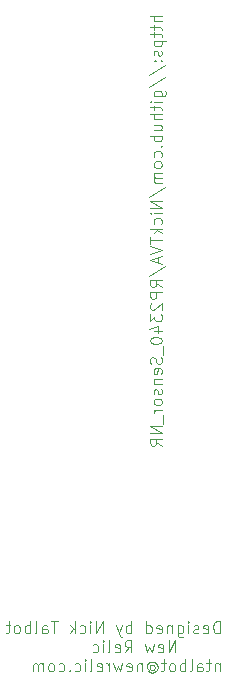
<source format=gbr>
%TF.GenerationSoftware,KiCad,Pcbnew,8.0.9-1.fc41*%
%TF.CreationDate,2025-03-09T21:58:35-04:00*%
%TF.ProjectId,pico_env,7069636f-5f65-46e7-962e-6b696361645f,rev?*%
%TF.SameCoordinates,Original*%
%TF.FileFunction,Legend,Bot*%
%TF.FilePolarity,Positive*%
%FSLAX46Y46*%
G04 Gerber Fmt 4.6, Leading zero omitted, Abs format (unit mm)*
G04 Created by KiCad (PCBNEW 8.0.9-1.fc41) date 2025-03-09 21:58:35*
%MOMM*%
%LPD*%
G01*
G04 APERTURE LIST*
%ADD10C,0.100000*%
G04 APERTURE END LIST*
D10*
X170052419Y-54913884D02*
X169052419Y-54913884D01*
X170052419Y-55342455D02*
X169528609Y-55342455D01*
X169528609Y-55342455D02*
X169433371Y-55294836D01*
X169433371Y-55294836D02*
X169385752Y-55199598D01*
X169385752Y-55199598D02*
X169385752Y-55056741D01*
X169385752Y-55056741D02*
X169433371Y-54961503D01*
X169433371Y-54961503D02*
X169480990Y-54913884D01*
X169385752Y-55675789D02*
X169385752Y-56056741D01*
X169052419Y-55818646D02*
X169909561Y-55818646D01*
X169909561Y-55818646D02*
X170004800Y-55866265D01*
X170004800Y-55866265D02*
X170052419Y-55961503D01*
X170052419Y-55961503D02*
X170052419Y-56056741D01*
X169385752Y-56247218D02*
X169385752Y-56628170D01*
X169052419Y-56390075D02*
X169909561Y-56390075D01*
X169909561Y-56390075D02*
X170004800Y-56437694D01*
X170004800Y-56437694D02*
X170052419Y-56532932D01*
X170052419Y-56532932D02*
X170052419Y-56628170D01*
X169385752Y-56961504D02*
X170385752Y-56961504D01*
X169433371Y-56961504D02*
X169385752Y-57056742D01*
X169385752Y-57056742D02*
X169385752Y-57247218D01*
X169385752Y-57247218D02*
X169433371Y-57342456D01*
X169433371Y-57342456D02*
X169480990Y-57390075D01*
X169480990Y-57390075D02*
X169576228Y-57437694D01*
X169576228Y-57437694D02*
X169861942Y-57437694D01*
X169861942Y-57437694D02*
X169957180Y-57390075D01*
X169957180Y-57390075D02*
X170004800Y-57342456D01*
X170004800Y-57342456D02*
X170052419Y-57247218D01*
X170052419Y-57247218D02*
X170052419Y-57056742D01*
X170052419Y-57056742D02*
X170004800Y-56961504D01*
X170004800Y-57818647D02*
X170052419Y-57913885D01*
X170052419Y-57913885D02*
X170052419Y-58104361D01*
X170052419Y-58104361D02*
X170004800Y-58199599D01*
X170004800Y-58199599D02*
X169909561Y-58247218D01*
X169909561Y-58247218D02*
X169861942Y-58247218D01*
X169861942Y-58247218D02*
X169766704Y-58199599D01*
X169766704Y-58199599D02*
X169719085Y-58104361D01*
X169719085Y-58104361D02*
X169719085Y-57961504D01*
X169719085Y-57961504D02*
X169671466Y-57866266D01*
X169671466Y-57866266D02*
X169576228Y-57818647D01*
X169576228Y-57818647D02*
X169528609Y-57818647D01*
X169528609Y-57818647D02*
X169433371Y-57866266D01*
X169433371Y-57866266D02*
X169385752Y-57961504D01*
X169385752Y-57961504D02*
X169385752Y-58104361D01*
X169385752Y-58104361D02*
X169433371Y-58199599D01*
X169957180Y-58675790D02*
X170004800Y-58723409D01*
X170004800Y-58723409D02*
X170052419Y-58675790D01*
X170052419Y-58675790D02*
X170004800Y-58628171D01*
X170004800Y-58628171D02*
X169957180Y-58675790D01*
X169957180Y-58675790D02*
X170052419Y-58675790D01*
X169433371Y-58675790D02*
X169480990Y-58723409D01*
X169480990Y-58723409D02*
X169528609Y-58675790D01*
X169528609Y-58675790D02*
X169480990Y-58628171D01*
X169480990Y-58628171D02*
X169433371Y-58675790D01*
X169433371Y-58675790D02*
X169528609Y-58675790D01*
X169004800Y-59866265D02*
X170290514Y-59009123D01*
X169004800Y-60913884D02*
X170290514Y-60056742D01*
X169385752Y-61675789D02*
X170195276Y-61675789D01*
X170195276Y-61675789D02*
X170290514Y-61628170D01*
X170290514Y-61628170D02*
X170338133Y-61580551D01*
X170338133Y-61580551D02*
X170385752Y-61485313D01*
X170385752Y-61485313D02*
X170385752Y-61342456D01*
X170385752Y-61342456D02*
X170338133Y-61247218D01*
X170004800Y-61675789D02*
X170052419Y-61580551D01*
X170052419Y-61580551D02*
X170052419Y-61390075D01*
X170052419Y-61390075D02*
X170004800Y-61294837D01*
X170004800Y-61294837D02*
X169957180Y-61247218D01*
X169957180Y-61247218D02*
X169861942Y-61199599D01*
X169861942Y-61199599D02*
X169576228Y-61199599D01*
X169576228Y-61199599D02*
X169480990Y-61247218D01*
X169480990Y-61247218D02*
X169433371Y-61294837D01*
X169433371Y-61294837D02*
X169385752Y-61390075D01*
X169385752Y-61390075D02*
X169385752Y-61580551D01*
X169385752Y-61580551D02*
X169433371Y-61675789D01*
X170052419Y-62151980D02*
X169385752Y-62151980D01*
X169052419Y-62151980D02*
X169100038Y-62104361D01*
X169100038Y-62104361D02*
X169147657Y-62151980D01*
X169147657Y-62151980D02*
X169100038Y-62199599D01*
X169100038Y-62199599D02*
X169052419Y-62151980D01*
X169052419Y-62151980D02*
X169147657Y-62151980D01*
X169385752Y-62485313D02*
X169385752Y-62866265D01*
X169052419Y-62628170D02*
X169909561Y-62628170D01*
X169909561Y-62628170D02*
X170004800Y-62675789D01*
X170004800Y-62675789D02*
X170052419Y-62771027D01*
X170052419Y-62771027D02*
X170052419Y-62866265D01*
X170052419Y-63199599D02*
X169052419Y-63199599D01*
X170052419Y-63628170D02*
X169528609Y-63628170D01*
X169528609Y-63628170D02*
X169433371Y-63580551D01*
X169433371Y-63580551D02*
X169385752Y-63485313D01*
X169385752Y-63485313D02*
X169385752Y-63342456D01*
X169385752Y-63342456D02*
X169433371Y-63247218D01*
X169433371Y-63247218D02*
X169480990Y-63199599D01*
X169385752Y-64532932D02*
X170052419Y-64532932D01*
X169385752Y-64104361D02*
X169909561Y-64104361D01*
X169909561Y-64104361D02*
X170004800Y-64151980D01*
X170004800Y-64151980D02*
X170052419Y-64247218D01*
X170052419Y-64247218D02*
X170052419Y-64390075D01*
X170052419Y-64390075D02*
X170004800Y-64485313D01*
X170004800Y-64485313D02*
X169957180Y-64532932D01*
X170052419Y-65009123D02*
X169052419Y-65009123D01*
X169433371Y-65009123D02*
X169385752Y-65104361D01*
X169385752Y-65104361D02*
X169385752Y-65294837D01*
X169385752Y-65294837D02*
X169433371Y-65390075D01*
X169433371Y-65390075D02*
X169480990Y-65437694D01*
X169480990Y-65437694D02*
X169576228Y-65485313D01*
X169576228Y-65485313D02*
X169861942Y-65485313D01*
X169861942Y-65485313D02*
X169957180Y-65437694D01*
X169957180Y-65437694D02*
X170004800Y-65390075D01*
X170004800Y-65390075D02*
X170052419Y-65294837D01*
X170052419Y-65294837D02*
X170052419Y-65104361D01*
X170052419Y-65104361D02*
X170004800Y-65009123D01*
X169957180Y-65913885D02*
X170004800Y-65961504D01*
X170004800Y-65961504D02*
X170052419Y-65913885D01*
X170052419Y-65913885D02*
X170004800Y-65866266D01*
X170004800Y-65866266D02*
X169957180Y-65913885D01*
X169957180Y-65913885D02*
X170052419Y-65913885D01*
X170004800Y-66818646D02*
X170052419Y-66723408D01*
X170052419Y-66723408D02*
X170052419Y-66532932D01*
X170052419Y-66532932D02*
X170004800Y-66437694D01*
X170004800Y-66437694D02*
X169957180Y-66390075D01*
X169957180Y-66390075D02*
X169861942Y-66342456D01*
X169861942Y-66342456D02*
X169576228Y-66342456D01*
X169576228Y-66342456D02*
X169480990Y-66390075D01*
X169480990Y-66390075D02*
X169433371Y-66437694D01*
X169433371Y-66437694D02*
X169385752Y-66532932D01*
X169385752Y-66532932D02*
X169385752Y-66723408D01*
X169385752Y-66723408D02*
X169433371Y-66818646D01*
X170052419Y-67390075D02*
X170004800Y-67294837D01*
X170004800Y-67294837D02*
X169957180Y-67247218D01*
X169957180Y-67247218D02*
X169861942Y-67199599D01*
X169861942Y-67199599D02*
X169576228Y-67199599D01*
X169576228Y-67199599D02*
X169480990Y-67247218D01*
X169480990Y-67247218D02*
X169433371Y-67294837D01*
X169433371Y-67294837D02*
X169385752Y-67390075D01*
X169385752Y-67390075D02*
X169385752Y-67532932D01*
X169385752Y-67532932D02*
X169433371Y-67628170D01*
X169433371Y-67628170D02*
X169480990Y-67675789D01*
X169480990Y-67675789D02*
X169576228Y-67723408D01*
X169576228Y-67723408D02*
X169861942Y-67723408D01*
X169861942Y-67723408D02*
X169957180Y-67675789D01*
X169957180Y-67675789D02*
X170004800Y-67628170D01*
X170004800Y-67628170D02*
X170052419Y-67532932D01*
X170052419Y-67532932D02*
X170052419Y-67390075D01*
X170052419Y-68151980D02*
X169385752Y-68151980D01*
X169480990Y-68151980D02*
X169433371Y-68199599D01*
X169433371Y-68199599D02*
X169385752Y-68294837D01*
X169385752Y-68294837D02*
X169385752Y-68437694D01*
X169385752Y-68437694D02*
X169433371Y-68532932D01*
X169433371Y-68532932D02*
X169528609Y-68580551D01*
X169528609Y-68580551D02*
X170052419Y-68580551D01*
X169528609Y-68580551D02*
X169433371Y-68628170D01*
X169433371Y-68628170D02*
X169385752Y-68723408D01*
X169385752Y-68723408D02*
X169385752Y-68866265D01*
X169385752Y-68866265D02*
X169433371Y-68961504D01*
X169433371Y-68961504D02*
X169528609Y-69009123D01*
X169528609Y-69009123D02*
X170052419Y-69009123D01*
X169004800Y-70199598D02*
X170290514Y-69342456D01*
X170052419Y-70532932D02*
X169052419Y-70532932D01*
X169052419Y-70532932D02*
X170052419Y-71104360D01*
X170052419Y-71104360D02*
X169052419Y-71104360D01*
X170052419Y-71580551D02*
X169385752Y-71580551D01*
X169052419Y-71580551D02*
X169100038Y-71532932D01*
X169100038Y-71532932D02*
X169147657Y-71580551D01*
X169147657Y-71580551D02*
X169100038Y-71628170D01*
X169100038Y-71628170D02*
X169052419Y-71580551D01*
X169052419Y-71580551D02*
X169147657Y-71580551D01*
X170004800Y-72485312D02*
X170052419Y-72390074D01*
X170052419Y-72390074D02*
X170052419Y-72199598D01*
X170052419Y-72199598D02*
X170004800Y-72104360D01*
X170004800Y-72104360D02*
X169957180Y-72056741D01*
X169957180Y-72056741D02*
X169861942Y-72009122D01*
X169861942Y-72009122D02*
X169576228Y-72009122D01*
X169576228Y-72009122D02*
X169480990Y-72056741D01*
X169480990Y-72056741D02*
X169433371Y-72104360D01*
X169433371Y-72104360D02*
X169385752Y-72199598D01*
X169385752Y-72199598D02*
X169385752Y-72390074D01*
X169385752Y-72390074D02*
X169433371Y-72485312D01*
X170052419Y-72913884D02*
X169052419Y-72913884D01*
X169671466Y-73009122D02*
X170052419Y-73294836D01*
X169385752Y-73294836D02*
X169766704Y-72913884D01*
X169052419Y-73580551D02*
X169052419Y-74151979D01*
X170052419Y-73866265D02*
X169052419Y-73866265D01*
X169052419Y-74342456D02*
X170052419Y-74675789D01*
X170052419Y-74675789D02*
X169052419Y-75009122D01*
X169766704Y-75294837D02*
X169766704Y-75771027D01*
X170052419Y-75199599D02*
X169052419Y-75532932D01*
X169052419Y-75532932D02*
X170052419Y-75866265D01*
X169004800Y-76913884D02*
X170290514Y-76056742D01*
X170052419Y-77818646D02*
X169576228Y-77485313D01*
X170052419Y-77247218D02*
X169052419Y-77247218D01*
X169052419Y-77247218D02*
X169052419Y-77628170D01*
X169052419Y-77628170D02*
X169100038Y-77723408D01*
X169100038Y-77723408D02*
X169147657Y-77771027D01*
X169147657Y-77771027D02*
X169242895Y-77818646D01*
X169242895Y-77818646D02*
X169385752Y-77818646D01*
X169385752Y-77818646D02*
X169480990Y-77771027D01*
X169480990Y-77771027D02*
X169528609Y-77723408D01*
X169528609Y-77723408D02*
X169576228Y-77628170D01*
X169576228Y-77628170D02*
X169576228Y-77247218D01*
X170052419Y-78247218D02*
X169052419Y-78247218D01*
X169052419Y-78247218D02*
X169052419Y-78628170D01*
X169052419Y-78628170D02*
X169100038Y-78723408D01*
X169100038Y-78723408D02*
X169147657Y-78771027D01*
X169147657Y-78771027D02*
X169242895Y-78818646D01*
X169242895Y-78818646D02*
X169385752Y-78818646D01*
X169385752Y-78818646D02*
X169480990Y-78771027D01*
X169480990Y-78771027D02*
X169528609Y-78723408D01*
X169528609Y-78723408D02*
X169576228Y-78628170D01*
X169576228Y-78628170D02*
X169576228Y-78247218D01*
X169147657Y-79199599D02*
X169100038Y-79247218D01*
X169100038Y-79247218D02*
X169052419Y-79342456D01*
X169052419Y-79342456D02*
X169052419Y-79580551D01*
X169052419Y-79580551D02*
X169100038Y-79675789D01*
X169100038Y-79675789D02*
X169147657Y-79723408D01*
X169147657Y-79723408D02*
X169242895Y-79771027D01*
X169242895Y-79771027D02*
X169338133Y-79771027D01*
X169338133Y-79771027D02*
X169480990Y-79723408D01*
X169480990Y-79723408D02*
X170052419Y-79151980D01*
X170052419Y-79151980D02*
X170052419Y-79771027D01*
X169052419Y-80104361D02*
X169052419Y-80723408D01*
X169052419Y-80723408D02*
X169433371Y-80390075D01*
X169433371Y-80390075D02*
X169433371Y-80532932D01*
X169433371Y-80532932D02*
X169480990Y-80628170D01*
X169480990Y-80628170D02*
X169528609Y-80675789D01*
X169528609Y-80675789D02*
X169623847Y-80723408D01*
X169623847Y-80723408D02*
X169861942Y-80723408D01*
X169861942Y-80723408D02*
X169957180Y-80675789D01*
X169957180Y-80675789D02*
X170004800Y-80628170D01*
X170004800Y-80628170D02*
X170052419Y-80532932D01*
X170052419Y-80532932D02*
X170052419Y-80247218D01*
X170052419Y-80247218D02*
X170004800Y-80151980D01*
X170004800Y-80151980D02*
X169957180Y-80104361D01*
X169385752Y-81580551D02*
X170052419Y-81580551D01*
X169004800Y-81342456D02*
X169719085Y-81104361D01*
X169719085Y-81104361D02*
X169719085Y-81723408D01*
X169052419Y-82294837D02*
X169052419Y-82390075D01*
X169052419Y-82390075D02*
X169100038Y-82485313D01*
X169100038Y-82485313D02*
X169147657Y-82532932D01*
X169147657Y-82532932D02*
X169242895Y-82580551D01*
X169242895Y-82580551D02*
X169433371Y-82628170D01*
X169433371Y-82628170D02*
X169671466Y-82628170D01*
X169671466Y-82628170D02*
X169861942Y-82580551D01*
X169861942Y-82580551D02*
X169957180Y-82532932D01*
X169957180Y-82532932D02*
X170004800Y-82485313D01*
X170004800Y-82485313D02*
X170052419Y-82390075D01*
X170052419Y-82390075D02*
X170052419Y-82294837D01*
X170052419Y-82294837D02*
X170004800Y-82199599D01*
X170004800Y-82199599D02*
X169957180Y-82151980D01*
X169957180Y-82151980D02*
X169861942Y-82104361D01*
X169861942Y-82104361D02*
X169671466Y-82056742D01*
X169671466Y-82056742D02*
X169433371Y-82056742D01*
X169433371Y-82056742D02*
X169242895Y-82104361D01*
X169242895Y-82104361D02*
X169147657Y-82151980D01*
X169147657Y-82151980D02*
X169100038Y-82199599D01*
X169100038Y-82199599D02*
X169052419Y-82294837D01*
X170147657Y-82818647D02*
X170147657Y-83580551D01*
X170004800Y-83771028D02*
X170052419Y-83913885D01*
X170052419Y-83913885D02*
X170052419Y-84151980D01*
X170052419Y-84151980D02*
X170004800Y-84247218D01*
X170004800Y-84247218D02*
X169957180Y-84294837D01*
X169957180Y-84294837D02*
X169861942Y-84342456D01*
X169861942Y-84342456D02*
X169766704Y-84342456D01*
X169766704Y-84342456D02*
X169671466Y-84294837D01*
X169671466Y-84294837D02*
X169623847Y-84247218D01*
X169623847Y-84247218D02*
X169576228Y-84151980D01*
X169576228Y-84151980D02*
X169528609Y-83961504D01*
X169528609Y-83961504D02*
X169480990Y-83866266D01*
X169480990Y-83866266D02*
X169433371Y-83818647D01*
X169433371Y-83818647D02*
X169338133Y-83771028D01*
X169338133Y-83771028D02*
X169242895Y-83771028D01*
X169242895Y-83771028D02*
X169147657Y-83818647D01*
X169147657Y-83818647D02*
X169100038Y-83866266D01*
X169100038Y-83866266D02*
X169052419Y-83961504D01*
X169052419Y-83961504D02*
X169052419Y-84199599D01*
X169052419Y-84199599D02*
X169100038Y-84342456D01*
X170004800Y-85151980D02*
X170052419Y-85056742D01*
X170052419Y-85056742D02*
X170052419Y-84866266D01*
X170052419Y-84866266D02*
X170004800Y-84771028D01*
X170004800Y-84771028D02*
X169909561Y-84723409D01*
X169909561Y-84723409D02*
X169528609Y-84723409D01*
X169528609Y-84723409D02*
X169433371Y-84771028D01*
X169433371Y-84771028D02*
X169385752Y-84866266D01*
X169385752Y-84866266D02*
X169385752Y-85056742D01*
X169385752Y-85056742D02*
X169433371Y-85151980D01*
X169433371Y-85151980D02*
X169528609Y-85199599D01*
X169528609Y-85199599D02*
X169623847Y-85199599D01*
X169623847Y-85199599D02*
X169719085Y-84723409D01*
X169385752Y-85628171D02*
X170052419Y-85628171D01*
X169480990Y-85628171D02*
X169433371Y-85675790D01*
X169433371Y-85675790D02*
X169385752Y-85771028D01*
X169385752Y-85771028D02*
X169385752Y-85913885D01*
X169385752Y-85913885D02*
X169433371Y-86009123D01*
X169433371Y-86009123D02*
X169528609Y-86056742D01*
X169528609Y-86056742D02*
X170052419Y-86056742D01*
X170004800Y-86485314D02*
X170052419Y-86580552D01*
X170052419Y-86580552D02*
X170052419Y-86771028D01*
X170052419Y-86771028D02*
X170004800Y-86866266D01*
X170004800Y-86866266D02*
X169909561Y-86913885D01*
X169909561Y-86913885D02*
X169861942Y-86913885D01*
X169861942Y-86913885D02*
X169766704Y-86866266D01*
X169766704Y-86866266D02*
X169719085Y-86771028D01*
X169719085Y-86771028D02*
X169719085Y-86628171D01*
X169719085Y-86628171D02*
X169671466Y-86532933D01*
X169671466Y-86532933D02*
X169576228Y-86485314D01*
X169576228Y-86485314D02*
X169528609Y-86485314D01*
X169528609Y-86485314D02*
X169433371Y-86532933D01*
X169433371Y-86532933D02*
X169385752Y-86628171D01*
X169385752Y-86628171D02*
X169385752Y-86771028D01*
X169385752Y-86771028D02*
X169433371Y-86866266D01*
X170052419Y-87485314D02*
X170004800Y-87390076D01*
X170004800Y-87390076D02*
X169957180Y-87342457D01*
X169957180Y-87342457D02*
X169861942Y-87294838D01*
X169861942Y-87294838D02*
X169576228Y-87294838D01*
X169576228Y-87294838D02*
X169480990Y-87342457D01*
X169480990Y-87342457D02*
X169433371Y-87390076D01*
X169433371Y-87390076D02*
X169385752Y-87485314D01*
X169385752Y-87485314D02*
X169385752Y-87628171D01*
X169385752Y-87628171D02*
X169433371Y-87723409D01*
X169433371Y-87723409D02*
X169480990Y-87771028D01*
X169480990Y-87771028D02*
X169576228Y-87818647D01*
X169576228Y-87818647D02*
X169861942Y-87818647D01*
X169861942Y-87818647D02*
X169957180Y-87771028D01*
X169957180Y-87771028D02*
X170004800Y-87723409D01*
X170004800Y-87723409D02*
X170052419Y-87628171D01*
X170052419Y-87628171D02*
X170052419Y-87485314D01*
X170052419Y-88247219D02*
X169385752Y-88247219D01*
X169576228Y-88247219D02*
X169480990Y-88294838D01*
X169480990Y-88294838D02*
X169433371Y-88342457D01*
X169433371Y-88342457D02*
X169385752Y-88437695D01*
X169385752Y-88437695D02*
X169385752Y-88532933D01*
X170147657Y-88628172D02*
X170147657Y-89390076D01*
X170052419Y-89628172D02*
X169052419Y-89628172D01*
X169052419Y-89628172D02*
X170052419Y-90199600D01*
X170052419Y-90199600D02*
X169052419Y-90199600D01*
X170052419Y-91247219D02*
X169576228Y-90913886D01*
X170052419Y-90675791D02*
X169052419Y-90675791D01*
X169052419Y-90675791D02*
X169052419Y-91056743D01*
X169052419Y-91056743D02*
X169100038Y-91151981D01*
X169100038Y-91151981D02*
X169147657Y-91199600D01*
X169147657Y-91199600D02*
X169242895Y-91247219D01*
X169242895Y-91247219D02*
X169385752Y-91247219D01*
X169385752Y-91247219D02*
X169480990Y-91199600D01*
X169480990Y-91199600D02*
X169528609Y-91151981D01*
X169528609Y-91151981D02*
X169576228Y-91056743D01*
X169576228Y-91056743D02*
X169576228Y-90675791D01*
X174956115Y-107142531D02*
X174956115Y-106142531D01*
X174956115Y-106142531D02*
X174718020Y-106142531D01*
X174718020Y-106142531D02*
X174575163Y-106190150D01*
X174575163Y-106190150D02*
X174479925Y-106285388D01*
X174479925Y-106285388D02*
X174432306Y-106380626D01*
X174432306Y-106380626D02*
X174384687Y-106571102D01*
X174384687Y-106571102D02*
X174384687Y-106713959D01*
X174384687Y-106713959D02*
X174432306Y-106904435D01*
X174432306Y-106904435D02*
X174479925Y-106999673D01*
X174479925Y-106999673D02*
X174575163Y-107094912D01*
X174575163Y-107094912D02*
X174718020Y-107142531D01*
X174718020Y-107142531D02*
X174956115Y-107142531D01*
X173575163Y-107094912D02*
X173670401Y-107142531D01*
X173670401Y-107142531D02*
X173860877Y-107142531D01*
X173860877Y-107142531D02*
X173956115Y-107094912D01*
X173956115Y-107094912D02*
X174003734Y-106999673D01*
X174003734Y-106999673D02*
X174003734Y-106618721D01*
X174003734Y-106618721D02*
X173956115Y-106523483D01*
X173956115Y-106523483D02*
X173860877Y-106475864D01*
X173860877Y-106475864D02*
X173670401Y-106475864D01*
X173670401Y-106475864D02*
X173575163Y-106523483D01*
X173575163Y-106523483D02*
X173527544Y-106618721D01*
X173527544Y-106618721D02*
X173527544Y-106713959D01*
X173527544Y-106713959D02*
X174003734Y-106809197D01*
X173146591Y-107094912D02*
X173051353Y-107142531D01*
X173051353Y-107142531D02*
X172860877Y-107142531D01*
X172860877Y-107142531D02*
X172765639Y-107094912D01*
X172765639Y-107094912D02*
X172718020Y-106999673D01*
X172718020Y-106999673D02*
X172718020Y-106952054D01*
X172718020Y-106952054D02*
X172765639Y-106856816D01*
X172765639Y-106856816D02*
X172860877Y-106809197D01*
X172860877Y-106809197D02*
X173003734Y-106809197D01*
X173003734Y-106809197D02*
X173098972Y-106761578D01*
X173098972Y-106761578D02*
X173146591Y-106666340D01*
X173146591Y-106666340D02*
X173146591Y-106618721D01*
X173146591Y-106618721D02*
X173098972Y-106523483D01*
X173098972Y-106523483D02*
X173003734Y-106475864D01*
X173003734Y-106475864D02*
X172860877Y-106475864D01*
X172860877Y-106475864D02*
X172765639Y-106523483D01*
X172289448Y-107142531D02*
X172289448Y-106475864D01*
X172289448Y-106142531D02*
X172337067Y-106190150D01*
X172337067Y-106190150D02*
X172289448Y-106237769D01*
X172289448Y-106237769D02*
X172241829Y-106190150D01*
X172241829Y-106190150D02*
X172289448Y-106142531D01*
X172289448Y-106142531D02*
X172289448Y-106237769D01*
X171384687Y-106475864D02*
X171384687Y-107285388D01*
X171384687Y-107285388D02*
X171432306Y-107380626D01*
X171432306Y-107380626D02*
X171479925Y-107428245D01*
X171479925Y-107428245D02*
X171575163Y-107475864D01*
X171575163Y-107475864D02*
X171718020Y-107475864D01*
X171718020Y-107475864D02*
X171813258Y-107428245D01*
X171384687Y-107094912D02*
X171479925Y-107142531D01*
X171479925Y-107142531D02*
X171670401Y-107142531D01*
X171670401Y-107142531D02*
X171765639Y-107094912D01*
X171765639Y-107094912D02*
X171813258Y-107047292D01*
X171813258Y-107047292D02*
X171860877Y-106952054D01*
X171860877Y-106952054D02*
X171860877Y-106666340D01*
X171860877Y-106666340D02*
X171813258Y-106571102D01*
X171813258Y-106571102D02*
X171765639Y-106523483D01*
X171765639Y-106523483D02*
X171670401Y-106475864D01*
X171670401Y-106475864D02*
X171479925Y-106475864D01*
X171479925Y-106475864D02*
X171384687Y-106523483D01*
X170908496Y-106475864D02*
X170908496Y-107142531D01*
X170908496Y-106571102D02*
X170860877Y-106523483D01*
X170860877Y-106523483D02*
X170765639Y-106475864D01*
X170765639Y-106475864D02*
X170622782Y-106475864D01*
X170622782Y-106475864D02*
X170527544Y-106523483D01*
X170527544Y-106523483D02*
X170479925Y-106618721D01*
X170479925Y-106618721D02*
X170479925Y-107142531D01*
X169622782Y-107094912D02*
X169718020Y-107142531D01*
X169718020Y-107142531D02*
X169908496Y-107142531D01*
X169908496Y-107142531D02*
X170003734Y-107094912D01*
X170003734Y-107094912D02*
X170051353Y-106999673D01*
X170051353Y-106999673D02*
X170051353Y-106618721D01*
X170051353Y-106618721D02*
X170003734Y-106523483D01*
X170003734Y-106523483D02*
X169908496Y-106475864D01*
X169908496Y-106475864D02*
X169718020Y-106475864D01*
X169718020Y-106475864D02*
X169622782Y-106523483D01*
X169622782Y-106523483D02*
X169575163Y-106618721D01*
X169575163Y-106618721D02*
X169575163Y-106713959D01*
X169575163Y-106713959D02*
X170051353Y-106809197D01*
X168718020Y-107142531D02*
X168718020Y-106142531D01*
X168718020Y-107094912D02*
X168813258Y-107142531D01*
X168813258Y-107142531D02*
X169003734Y-107142531D01*
X169003734Y-107142531D02*
X169098972Y-107094912D01*
X169098972Y-107094912D02*
X169146591Y-107047292D01*
X169146591Y-107047292D02*
X169194210Y-106952054D01*
X169194210Y-106952054D02*
X169194210Y-106666340D01*
X169194210Y-106666340D02*
X169146591Y-106571102D01*
X169146591Y-106571102D02*
X169098972Y-106523483D01*
X169098972Y-106523483D02*
X169003734Y-106475864D01*
X169003734Y-106475864D02*
X168813258Y-106475864D01*
X168813258Y-106475864D02*
X168718020Y-106523483D01*
X167479924Y-107142531D02*
X167479924Y-106142531D01*
X167479924Y-106523483D02*
X167384686Y-106475864D01*
X167384686Y-106475864D02*
X167194210Y-106475864D01*
X167194210Y-106475864D02*
X167098972Y-106523483D01*
X167098972Y-106523483D02*
X167051353Y-106571102D01*
X167051353Y-106571102D02*
X167003734Y-106666340D01*
X167003734Y-106666340D02*
X167003734Y-106952054D01*
X167003734Y-106952054D02*
X167051353Y-107047292D01*
X167051353Y-107047292D02*
X167098972Y-107094912D01*
X167098972Y-107094912D02*
X167194210Y-107142531D01*
X167194210Y-107142531D02*
X167384686Y-107142531D01*
X167384686Y-107142531D02*
X167479924Y-107094912D01*
X166670400Y-106475864D02*
X166432305Y-107142531D01*
X166194210Y-106475864D02*
X166432305Y-107142531D01*
X166432305Y-107142531D02*
X166527543Y-107380626D01*
X166527543Y-107380626D02*
X166575162Y-107428245D01*
X166575162Y-107428245D02*
X166670400Y-107475864D01*
X165051352Y-107142531D02*
X165051352Y-106142531D01*
X165051352Y-106142531D02*
X164479924Y-107142531D01*
X164479924Y-107142531D02*
X164479924Y-106142531D01*
X164003733Y-107142531D02*
X164003733Y-106475864D01*
X164003733Y-106142531D02*
X164051352Y-106190150D01*
X164051352Y-106190150D02*
X164003733Y-106237769D01*
X164003733Y-106237769D02*
X163956114Y-106190150D01*
X163956114Y-106190150D02*
X164003733Y-106142531D01*
X164003733Y-106142531D02*
X164003733Y-106237769D01*
X163098972Y-107094912D02*
X163194210Y-107142531D01*
X163194210Y-107142531D02*
X163384686Y-107142531D01*
X163384686Y-107142531D02*
X163479924Y-107094912D01*
X163479924Y-107094912D02*
X163527543Y-107047292D01*
X163527543Y-107047292D02*
X163575162Y-106952054D01*
X163575162Y-106952054D02*
X163575162Y-106666340D01*
X163575162Y-106666340D02*
X163527543Y-106571102D01*
X163527543Y-106571102D02*
X163479924Y-106523483D01*
X163479924Y-106523483D02*
X163384686Y-106475864D01*
X163384686Y-106475864D02*
X163194210Y-106475864D01*
X163194210Y-106475864D02*
X163098972Y-106523483D01*
X162670400Y-107142531D02*
X162670400Y-106142531D01*
X162575162Y-106761578D02*
X162289448Y-107142531D01*
X162289448Y-106475864D02*
X162670400Y-106856816D01*
X161241828Y-106142531D02*
X160670400Y-106142531D01*
X160956114Y-107142531D02*
X160956114Y-106142531D01*
X159908495Y-107142531D02*
X159908495Y-106618721D01*
X159908495Y-106618721D02*
X159956114Y-106523483D01*
X159956114Y-106523483D02*
X160051352Y-106475864D01*
X160051352Y-106475864D02*
X160241828Y-106475864D01*
X160241828Y-106475864D02*
X160337066Y-106523483D01*
X159908495Y-107094912D02*
X160003733Y-107142531D01*
X160003733Y-107142531D02*
X160241828Y-107142531D01*
X160241828Y-107142531D02*
X160337066Y-107094912D01*
X160337066Y-107094912D02*
X160384685Y-106999673D01*
X160384685Y-106999673D02*
X160384685Y-106904435D01*
X160384685Y-106904435D02*
X160337066Y-106809197D01*
X160337066Y-106809197D02*
X160241828Y-106761578D01*
X160241828Y-106761578D02*
X160003733Y-106761578D01*
X160003733Y-106761578D02*
X159908495Y-106713959D01*
X159289447Y-107142531D02*
X159384685Y-107094912D01*
X159384685Y-107094912D02*
X159432304Y-106999673D01*
X159432304Y-106999673D02*
X159432304Y-106142531D01*
X158908494Y-107142531D02*
X158908494Y-106142531D01*
X158908494Y-106523483D02*
X158813256Y-106475864D01*
X158813256Y-106475864D02*
X158622780Y-106475864D01*
X158622780Y-106475864D02*
X158527542Y-106523483D01*
X158527542Y-106523483D02*
X158479923Y-106571102D01*
X158479923Y-106571102D02*
X158432304Y-106666340D01*
X158432304Y-106666340D02*
X158432304Y-106952054D01*
X158432304Y-106952054D02*
X158479923Y-107047292D01*
X158479923Y-107047292D02*
X158527542Y-107094912D01*
X158527542Y-107094912D02*
X158622780Y-107142531D01*
X158622780Y-107142531D02*
X158813256Y-107142531D01*
X158813256Y-107142531D02*
X158908494Y-107094912D01*
X157860875Y-107142531D02*
X157956113Y-107094912D01*
X157956113Y-107094912D02*
X158003732Y-107047292D01*
X158003732Y-107047292D02*
X158051351Y-106952054D01*
X158051351Y-106952054D02*
X158051351Y-106666340D01*
X158051351Y-106666340D02*
X158003732Y-106571102D01*
X158003732Y-106571102D02*
X157956113Y-106523483D01*
X157956113Y-106523483D02*
X157860875Y-106475864D01*
X157860875Y-106475864D02*
X157718018Y-106475864D01*
X157718018Y-106475864D02*
X157622780Y-106523483D01*
X157622780Y-106523483D02*
X157575161Y-106571102D01*
X157575161Y-106571102D02*
X157527542Y-106666340D01*
X157527542Y-106666340D02*
X157527542Y-106952054D01*
X157527542Y-106952054D02*
X157575161Y-107047292D01*
X157575161Y-107047292D02*
X157622780Y-107094912D01*
X157622780Y-107094912D02*
X157718018Y-107142531D01*
X157718018Y-107142531D02*
X157860875Y-107142531D01*
X157241827Y-106475864D02*
X156860875Y-106475864D01*
X157098970Y-106142531D02*
X157098970Y-106999673D01*
X157098970Y-106999673D02*
X157051351Y-107094912D01*
X157051351Y-107094912D02*
X156956113Y-107142531D01*
X156956113Y-107142531D02*
X156860875Y-107142531D01*
X171194211Y-108752475D02*
X171194211Y-107752475D01*
X171194211Y-107752475D02*
X170622783Y-108752475D01*
X170622783Y-108752475D02*
X170622783Y-107752475D01*
X169765640Y-108704856D02*
X169860878Y-108752475D01*
X169860878Y-108752475D02*
X170051354Y-108752475D01*
X170051354Y-108752475D02*
X170146592Y-108704856D01*
X170146592Y-108704856D02*
X170194211Y-108609617D01*
X170194211Y-108609617D02*
X170194211Y-108228665D01*
X170194211Y-108228665D02*
X170146592Y-108133427D01*
X170146592Y-108133427D02*
X170051354Y-108085808D01*
X170051354Y-108085808D02*
X169860878Y-108085808D01*
X169860878Y-108085808D02*
X169765640Y-108133427D01*
X169765640Y-108133427D02*
X169718021Y-108228665D01*
X169718021Y-108228665D02*
X169718021Y-108323903D01*
X169718021Y-108323903D02*
X170194211Y-108419141D01*
X169384687Y-108085808D02*
X169194211Y-108752475D01*
X169194211Y-108752475D02*
X169003735Y-108276284D01*
X169003735Y-108276284D02*
X168813259Y-108752475D01*
X168813259Y-108752475D02*
X168622783Y-108085808D01*
X166908497Y-108752475D02*
X167241830Y-108276284D01*
X167479925Y-108752475D02*
X167479925Y-107752475D01*
X167479925Y-107752475D02*
X167098973Y-107752475D01*
X167098973Y-107752475D02*
X167003735Y-107800094D01*
X167003735Y-107800094D02*
X166956116Y-107847713D01*
X166956116Y-107847713D02*
X166908497Y-107942951D01*
X166908497Y-107942951D02*
X166908497Y-108085808D01*
X166908497Y-108085808D02*
X166956116Y-108181046D01*
X166956116Y-108181046D02*
X167003735Y-108228665D01*
X167003735Y-108228665D02*
X167098973Y-108276284D01*
X167098973Y-108276284D02*
X167479925Y-108276284D01*
X166098973Y-108704856D02*
X166194211Y-108752475D01*
X166194211Y-108752475D02*
X166384687Y-108752475D01*
X166384687Y-108752475D02*
X166479925Y-108704856D01*
X166479925Y-108704856D02*
X166527544Y-108609617D01*
X166527544Y-108609617D02*
X166527544Y-108228665D01*
X166527544Y-108228665D02*
X166479925Y-108133427D01*
X166479925Y-108133427D02*
X166384687Y-108085808D01*
X166384687Y-108085808D02*
X166194211Y-108085808D01*
X166194211Y-108085808D02*
X166098973Y-108133427D01*
X166098973Y-108133427D02*
X166051354Y-108228665D01*
X166051354Y-108228665D02*
X166051354Y-108323903D01*
X166051354Y-108323903D02*
X166527544Y-108419141D01*
X165479925Y-108752475D02*
X165575163Y-108704856D01*
X165575163Y-108704856D02*
X165622782Y-108609617D01*
X165622782Y-108609617D02*
X165622782Y-107752475D01*
X165098972Y-108752475D02*
X165098972Y-108085808D01*
X165098972Y-107752475D02*
X165146591Y-107800094D01*
X165146591Y-107800094D02*
X165098972Y-107847713D01*
X165098972Y-107847713D02*
X165051353Y-107800094D01*
X165051353Y-107800094D02*
X165098972Y-107752475D01*
X165098972Y-107752475D02*
X165098972Y-107847713D01*
X164194211Y-108704856D02*
X164289449Y-108752475D01*
X164289449Y-108752475D02*
X164479925Y-108752475D01*
X164479925Y-108752475D02*
X164575163Y-108704856D01*
X164575163Y-108704856D02*
X164622782Y-108657236D01*
X164622782Y-108657236D02*
X164670401Y-108561998D01*
X164670401Y-108561998D02*
X164670401Y-108276284D01*
X164670401Y-108276284D02*
X164622782Y-108181046D01*
X164622782Y-108181046D02*
X164575163Y-108133427D01*
X164575163Y-108133427D02*
X164479925Y-108085808D01*
X164479925Y-108085808D02*
X164289449Y-108085808D01*
X164289449Y-108085808D02*
X164194211Y-108133427D01*
X174956115Y-109695752D02*
X174956115Y-110362419D01*
X174956115Y-109790990D02*
X174908496Y-109743371D01*
X174908496Y-109743371D02*
X174813258Y-109695752D01*
X174813258Y-109695752D02*
X174670401Y-109695752D01*
X174670401Y-109695752D02*
X174575163Y-109743371D01*
X174575163Y-109743371D02*
X174527544Y-109838609D01*
X174527544Y-109838609D02*
X174527544Y-110362419D01*
X174194210Y-109695752D02*
X173813258Y-109695752D01*
X174051353Y-109362419D02*
X174051353Y-110219561D01*
X174051353Y-110219561D02*
X174003734Y-110314800D01*
X174003734Y-110314800D02*
X173908496Y-110362419D01*
X173908496Y-110362419D02*
X173813258Y-110362419D01*
X173051353Y-110362419D02*
X173051353Y-109838609D01*
X173051353Y-109838609D02*
X173098972Y-109743371D01*
X173098972Y-109743371D02*
X173194210Y-109695752D01*
X173194210Y-109695752D02*
X173384686Y-109695752D01*
X173384686Y-109695752D02*
X173479924Y-109743371D01*
X173051353Y-110314800D02*
X173146591Y-110362419D01*
X173146591Y-110362419D02*
X173384686Y-110362419D01*
X173384686Y-110362419D02*
X173479924Y-110314800D01*
X173479924Y-110314800D02*
X173527543Y-110219561D01*
X173527543Y-110219561D02*
X173527543Y-110124323D01*
X173527543Y-110124323D02*
X173479924Y-110029085D01*
X173479924Y-110029085D02*
X173384686Y-109981466D01*
X173384686Y-109981466D02*
X173146591Y-109981466D01*
X173146591Y-109981466D02*
X173051353Y-109933847D01*
X172432305Y-110362419D02*
X172527543Y-110314800D01*
X172527543Y-110314800D02*
X172575162Y-110219561D01*
X172575162Y-110219561D02*
X172575162Y-109362419D01*
X172051352Y-110362419D02*
X172051352Y-109362419D01*
X172051352Y-109743371D02*
X171956114Y-109695752D01*
X171956114Y-109695752D02*
X171765638Y-109695752D01*
X171765638Y-109695752D02*
X171670400Y-109743371D01*
X171670400Y-109743371D02*
X171622781Y-109790990D01*
X171622781Y-109790990D02*
X171575162Y-109886228D01*
X171575162Y-109886228D02*
X171575162Y-110171942D01*
X171575162Y-110171942D02*
X171622781Y-110267180D01*
X171622781Y-110267180D02*
X171670400Y-110314800D01*
X171670400Y-110314800D02*
X171765638Y-110362419D01*
X171765638Y-110362419D02*
X171956114Y-110362419D01*
X171956114Y-110362419D02*
X172051352Y-110314800D01*
X171003733Y-110362419D02*
X171098971Y-110314800D01*
X171098971Y-110314800D02*
X171146590Y-110267180D01*
X171146590Y-110267180D02*
X171194209Y-110171942D01*
X171194209Y-110171942D02*
X171194209Y-109886228D01*
X171194209Y-109886228D02*
X171146590Y-109790990D01*
X171146590Y-109790990D02*
X171098971Y-109743371D01*
X171098971Y-109743371D02*
X171003733Y-109695752D01*
X171003733Y-109695752D02*
X170860876Y-109695752D01*
X170860876Y-109695752D02*
X170765638Y-109743371D01*
X170765638Y-109743371D02*
X170718019Y-109790990D01*
X170718019Y-109790990D02*
X170670400Y-109886228D01*
X170670400Y-109886228D02*
X170670400Y-110171942D01*
X170670400Y-110171942D02*
X170718019Y-110267180D01*
X170718019Y-110267180D02*
X170765638Y-110314800D01*
X170765638Y-110314800D02*
X170860876Y-110362419D01*
X170860876Y-110362419D02*
X171003733Y-110362419D01*
X170384685Y-109695752D02*
X170003733Y-109695752D01*
X170241828Y-109362419D02*
X170241828Y-110219561D01*
X170241828Y-110219561D02*
X170194209Y-110314800D01*
X170194209Y-110314800D02*
X170098971Y-110362419D01*
X170098971Y-110362419D02*
X170003733Y-110362419D01*
X169051352Y-109886228D02*
X169098971Y-109838609D01*
X169098971Y-109838609D02*
X169194209Y-109790990D01*
X169194209Y-109790990D02*
X169289447Y-109790990D01*
X169289447Y-109790990D02*
X169384685Y-109838609D01*
X169384685Y-109838609D02*
X169432304Y-109886228D01*
X169432304Y-109886228D02*
X169479923Y-109981466D01*
X169479923Y-109981466D02*
X169479923Y-110076704D01*
X169479923Y-110076704D02*
X169432304Y-110171942D01*
X169432304Y-110171942D02*
X169384685Y-110219561D01*
X169384685Y-110219561D02*
X169289447Y-110267180D01*
X169289447Y-110267180D02*
X169194209Y-110267180D01*
X169194209Y-110267180D02*
X169098971Y-110219561D01*
X169098971Y-110219561D02*
X169051352Y-110171942D01*
X169051352Y-109790990D02*
X169051352Y-110171942D01*
X169051352Y-110171942D02*
X169003733Y-110219561D01*
X169003733Y-110219561D02*
X168956114Y-110219561D01*
X168956114Y-110219561D02*
X168860875Y-110171942D01*
X168860875Y-110171942D02*
X168813256Y-110076704D01*
X168813256Y-110076704D02*
X168813256Y-109838609D01*
X168813256Y-109838609D02*
X168908495Y-109695752D01*
X168908495Y-109695752D02*
X169051352Y-109600514D01*
X169051352Y-109600514D02*
X169241828Y-109552895D01*
X169241828Y-109552895D02*
X169432304Y-109600514D01*
X169432304Y-109600514D02*
X169575161Y-109695752D01*
X169575161Y-109695752D02*
X169670399Y-109838609D01*
X169670399Y-109838609D02*
X169718018Y-110029085D01*
X169718018Y-110029085D02*
X169670399Y-110219561D01*
X169670399Y-110219561D02*
X169575161Y-110362419D01*
X169575161Y-110362419D02*
X169432304Y-110457657D01*
X169432304Y-110457657D02*
X169241828Y-110505276D01*
X169241828Y-110505276D02*
X169051352Y-110457657D01*
X169051352Y-110457657D02*
X168908495Y-110362419D01*
X168384685Y-109695752D02*
X168384685Y-110362419D01*
X168384685Y-109790990D02*
X168337066Y-109743371D01*
X168337066Y-109743371D02*
X168241828Y-109695752D01*
X168241828Y-109695752D02*
X168098971Y-109695752D01*
X168098971Y-109695752D02*
X168003733Y-109743371D01*
X168003733Y-109743371D02*
X167956114Y-109838609D01*
X167956114Y-109838609D02*
X167956114Y-110362419D01*
X167098971Y-110314800D02*
X167194209Y-110362419D01*
X167194209Y-110362419D02*
X167384685Y-110362419D01*
X167384685Y-110362419D02*
X167479923Y-110314800D01*
X167479923Y-110314800D02*
X167527542Y-110219561D01*
X167527542Y-110219561D02*
X167527542Y-109838609D01*
X167527542Y-109838609D02*
X167479923Y-109743371D01*
X167479923Y-109743371D02*
X167384685Y-109695752D01*
X167384685Y-109695752D02*
X167194209Y-109695752D01*
X167194209Y-109695752D02*
X167098971Y-109743371D01*
X167098971Y-109743371D02*
X167051352Y-109838609D01*
X167051352Y-109838609D02*
X167051352Y-109933847D01*
X167051352Y-109933847D02*
X167527542Y-110029085D01*
X166718018Y-109695752D02*
X166527542Y-110362419D01*
X166527542Y-110362419D02*
X166337066Y-109886228D01*
X166337066Y-109886228D02*
X166146590Y-110362419D01*
X166146590Y-110362419D02*
X165956114Y-109695752D01*
X165575161Y-110362419D02*
X165575161Y-109695752D01*
X165575161Y-109886228D02*
X165527542Y-109790990D01*
X165527542Y-109790990D02*
X165479923Y-109743371D01*
X165479923Y-109743371D02*
X165384685Y-109695752D01*
X165384685Y-109695752D02*
X165289447Y-109695752D01*
X164575161Y-110314800D02*
X164670399Y-110362419D01*
X164670399Y-110362419D02*
X164860875Y-110362419D01*
X164860875Y-110362419D02*
X164956113Y-110314800D01*
X164956113Y-110314800D02*
X165003732Y-110219561D01*
X165003732Y-110219561D02*
X165003732Y-109838609D01*
X165003732Y-109838609D02*
X164956113Y-109743371D01*
X164956113Y-109743371D02*
X164860875Y-109695752D01*
X164860875Y-109695752D02*
X164670399Y-109695752D01*
X164670399Y-109695752D02*
X164575161Y-109743371D01*
X164575161Y-109743371D02*
X164527542Y-109838609D01*
X164527542Y-109838609D02*
X164527542Y-109933847D01*
X164527542Y-109933847D02*
X165003732Y-110029085D01*
X163956113Y-110362419D02*
X164051351Y-110314800D01*
X164051351Y-110314800D02*
X164098970Y-110219561D01*
X164098970Y-110219561D02*
X164098970Y-109362419D01*
X163575160Y-110362419D02*
X163575160Y-109695752D01*
X163575160Y-109362419D02*
X163622779Y-109410038D01*
X163622779Y-109410038D02*
X163575160Y-109457657D01*
X163575160Y-109457657D02*
X163527541Y-109410038D01*
X163527541Y-109410038D02*
X163575160Y-109362419D01*
X163575160Y-109362419D02*
X163575160Y-109457657D01*
X162670399Y-110314800D02*
X162765637Y-110362419D01*
X162765637Y-110362419D02*
X162956113Y-110362419D01*
X162956113Y-110362419D02*
X163051351Y-110314800D01*
X163051351Y-110314800D02*
X163098970Y-110267180D01*
X163098970Y-110267180D02*
X163146589Y-110171942D01*
X163146589Y-110171942D02*
X163146589Y-109886228D01*
X163146589Y-109886228D02*
X163098970Y-109790990D01*
X163098970Y-109790990D02*
X163051351Y-109743371D01*
X163051351Y-109743371D02*
X162956113Y-109695752D01*
X162956113Y-109695752D02*
X162765637Y-109695752D01*
X162765637Y-109695752D02*
X162670399Y-109743371D01*
X162241827Y-110267180D02*
X162194208Y-110314800D01*
X162194208Y-110314800D02*
X162241827Y-110362419D01*
X162241827Y-110362419D02*
X162289446Y-110314800D01*
X162289446Y-110314800D02*
X162241827Y-110267180D01*
X162241827Y-110267180D02*
X162241827Y-110362419D01*
X161337066Y-110314800D02*
X161432304Y-110362419D01*
X161432304Y-110362419D02*
X161622780Y-110362419D01*
X161622780Y-110362419D02*
X161718018Y-110314800D01*
X161718018Y-110314800D02*
X161765637Y-110267180D01*
X161765637Y-110267180D02*
X161813256Y-110171942D01*
X161813256Y-110171942D02*
X161813256Y-109886228D01*
X161813256Y-109886228D02*
X161765637Y-109790990D01*
X161765637Y-109790990D02*
X161718018Y-109743371D01*
X161718018Y-109743371D02*
X161622780Y-109695752D01*
X161622780Y-109695752D02*
X161432304Y-109695752D01*
X161432304Y-109695752D02*
X161337066Y-109743371D01*
X160765637Y-110362419D02*
X160860875Y-110314800D01*
X160860875Y-110314800D02*
X160908494Y-110267180D01*
X160908494Y-110267180D02*
X160956113Y-110171942D01*
X160956113Y-110171942D02*
X160956113Y-109886228D01*
X160956113Y-109886228D02*
X160908494Y-109790990D01*
X160908494Y-109790990D02*
X160860875Y-109743371D01*
X160860875Y-109743371D02*
X160765637Y-109695752D01*
X160765637Y-109695752D02*
X160622780Y-109695752D01*
X160622780Y-109695752D02*
X160527542Y-109743371D01*
X160527542Y-109743371D02*
X160479923Y-109790990D01*
X160479923Y-109790990D02*
X160432304Y-109886228D01*
X160432304Y-109886228D02*
X160432304Y-110171942D01*
X160432304Y-110171942D02*
X160479923Y-110267180D01*
X160479923Y-110267180D02*
X160527542Y-110314800D01*
X160527542Y-110314800D02*
X160622780Y-110362419D01*
X160622780Y-110362419D02*
X160765637Y-110362419D01*
X160003732Y-110362419D02*
X160003732Y-109695752D01*
X160003732Y-109790990D02*
X159956113Y-109743371D01*
X159956113Y-109743371D02*
X159860875Y-109695752D01*
X159860875Y-109695752D02*
X159718018Y-109695752D01*
X159718018Y-109695752D02*
X159622780Y-109743371D01*
X159622780Y-109743371D02*
X159575161Y-109838609D01*
X159575161Y-109838609D02*
X159575161Y-110362419D01*
X159575161Y-109838609D02*
X159527542Y-109743371D01*
X159527542Y-109743371D02*
X159432304Y-109695752D01*
X159432304Y-109695752D02*
X159289447Y-109695752D01*
X159289447Y-109695752D02*
X159194208Y-109743371D01*
X159194208Y-109743371D02*
X159146589Y-109838609D01*
X159146589Y-109838609D02*
X159146589Y-110362419D01*
M02*

</source>
